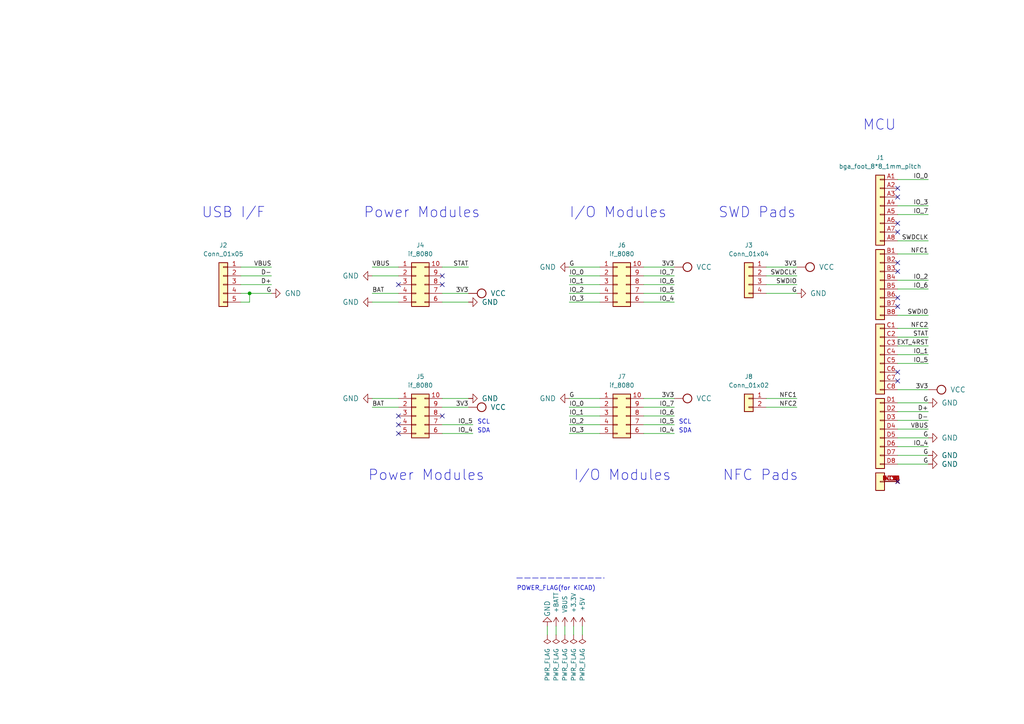
<source format=kicad_sch>
(kicad_sch (version 20211123) (generator eeschema)
  (paper "A4")
  (lib_symbols
    (symbol "001-common:GND" (power) (pin_names (offset 1.016))
      (property "Value" "GND" (at -1.905 -3.175 0))
      (symbol "GND_1_0"
        (polyline (pts (xy -1.27 0) (xy 1.27 0)))
        (polyline (pts (xy 0 -1.27) (xy -1.27 0)))
        (polyline (pts (xy 1.27 0) (xy 0 -1.27)))
        (pin power_in line (at 0 1.27 270) (length 1.27) (name "GND") (number "1"))
      )
    )
    (symbol "001-common:VCC" (power) (pin_names (offset 1.016))
      (property "Value" "VCC" (at -1.905 3.175 0))
      (symbol "VCC_1_0"
        (circle (center 0 1.27) (radius 1.27) (stroke (width 0.254)))
        (pin power_in line (at 0 -2.54 90) (length 2.54) (name "VCC") (number "1"))
      )
    )
    (symbol "204-pcb-wearable:bga_foot_8*8_1mm_pitch" (pin_names (offset 1.016) hide)
      (property "Reference" "J" (at 1.27 5.08 0))
      (property "Value" "bga_foot_8*8_1mm_pitch" (at 12.7 2.54 0))
      (symbol "bga_foot_8*8_1mm_pitch_1_1"
        (rectangle (start 0 -86.36) (end 2.54 -91.44) (stroke (width 0.254)) (fill (type background)))
        (rectangle (start 0 -85.09) (end 2.54 -64.77) (stroke (width 0.254)) (fill (type background)))
        (rectangle (start 0 -63.5) (end 2.54 -43.18) (stroke (width 0.254)) (fill (type background)))
        (rectangle (start 0 -41.91) (end 2.54 -21.59) (stroke (width 0.254)) (fill (type background)))
        (rectangle (start 0 -20.32) (end 2.54 0) (stroke (width 0.254)) (fill (type background)))
        (rectangle (start 1.27 -89.027) (end 2.54 -88.773) (stroke (width 0.1524)))
        (rectangle (start 1.27 -83.947) (end 2.54 -83.693) (stroke (width 0.1524)))
        (rectangle (start 1.27 -81.407) (end 2.54 -81.153) (stroke (width 0.1524)))
        (rectangle (start 1.27 -78.867) (end 2.54 -78.613) (stroke (width 0.1524)))
        (rectangle (start 1.27 -76.327) (end 2.54 -76.073) (stroke (width 0.1524)))
        (rectangle (start 1.27 -73.787) (end 2.54 -73.533) (stroke (width 0.1524)))
        (rectangle (start 1.27 -71.247) (end 2.54 -70.993) (stroke (width 0.1524)))
        (rectangle (start 1.27 -68.707) (end 2.54 -68.453) (stroke (width 0.1524)))
        (rectangle (start 1.27 -66.167) (end 2.54 -65.913) (stroke (width 0.1524)))
        (rectangle (start 1.27 -62.357) (end 2.54 -62.103) (stroke (width 0.1524)))
        (rectangle (start 1.27 -59.817) (end 2.54 -59.563) (stroke (width 0.1524)))
        (rectangle (start 1.27 -57.277) (end 2.54 -57.023) (stroke (width 0.1524)))
        (rectangle (start 1.27 -54.737) (end 2.54 -54.483) (stroke (width 0.1524)))
        (rectangle (start 1.27 -52.197) (end 2.54 -51.943) (stroke (width 0.1524)))
        (rectangle (start 1.27 -49.657) (end 2.54 -49.403) (stroke (width 0.1524)))
        (rectangle (start 1.27 -47.117) (end 2.54 -46.863) (stroke (width 0.1524)))
        (rectangle (start 1.27 -44.577) (end 2.54 -44.323) (stroke (width 0.1524)))
        (rectangle (start 1.27 -40.767) (end 2.54 -40.513) (stroke (width 0.1524)))
        (rectangle (start 1.27 -38.227) (end 2.54 -37.973) (stroke (width 0.1524)))
        (rectangle (start 1.27 -35.687) (end 2.54 -35.433) (stroke (width 0.1524)))
        (rectangle (start 1.27 -33.147) (end 2.54 -32.893) (stroke (width 0.1524)))
        (rectangle (start 1.27 -30.607) (end 2.54 -30.353) (stroke (width 0.1524)))
        (rectangle (start 1.27 -28.067) (end 2.54 -27.813) (stroke (width 0.1524)))
        (rectangle (start 1.27 -25.527) (end 2.54 -25.273) (stroke (width 0.1524)))
        (rectangle (start 1.27 -22.987) (end 2.54 -22.733) (stroke (width 0.1524)))
        (rectangle (start 1.27 -19.177) (end 2.54 -18.923) (stroke (width 0.1524)))
        (rectangle (start 1.27 -16.637) (end 2.54 -16.383) (stroke (width 0.1524)))
        (rectangle (start 1.27 -14.097) (end 2.54 -13.843) (stroke (width 0.1524)))
        (rectangle (start 1.27 -11.557) (end 2.54 -11.303) (stroke (width 0.1524)))
        (rectangle (start 1.27 -9.017) (end 2.54 -8.763) (stroke (width 0.1524)))
        (rectangle (start 1.27 -6.477) (end 2.54 -6.223) (stroke (width 0.1524)))
        (rectangle (start 1.27 -3.937) (end 2.54 -3.683) (stroke (width 0.1524)))
        (rectangle (start 1.27 -1.397) (end 2.54 -1.143) (stroke (width 0.1524)))
        (pin passive line (at 6.35 -1.27 180) (length 3.81) (name "Pin_A1") (number "A1"))
        (pin passive line (at 6.35 -3.81 180) (length 3.81) (name "Pin_A2") (number "A2"))
        (pin passive line (at 6.35 -6.35 180) (length 3.81) (name "Pin_A3") (number "A3"))
        (pin passive line (at 6.35 -8.89 180) (length 3.81) (name "Pin_A4") (number "A4"))
        (pin passive line (at 6.35 -11.43 180) (length 3.81) (name "Pin_A5") (number "A5"))
        (pin passive line (at 6.35 -13.97 180) (length 3.81) (name "Pin_A6") (number "A6"))
        (pin passive line (at 6.35 -16.51 180) (length 3.81) (name "Pin_A7") (number "A7"))
        (pin passive line (at 6.35 -19.05 180) (length 3.81) (name "Pin_A8") (number "A8"))
        (pin passive line (at 6.35 -22.86 180) (length 3.81) (name "Pin_B1") (number "B1"))
        (pin passive line (at 6.35 -25.4 180) (length 3.81) (name "Pin_B2") (number "B2"))
        (pin passive line (at 6.35 -27.94 180) (length 3.81) (name "Pin_B3") (number "B3"))
        (pin passive line (at 6.35 -30.48 180) (length 3.81) (name "Pin_B4") (number "B4"))
        (pin passive line (at 6.35 -33.02 180) (length 3.81) (name "Pin_B5") (number "B5"))
        (pin passive line (at 6.35 -35.56 180) (length 3.81) (name "Pin_B6") (number "B6"))
        (pin passive line (at 6.35 -38.1 180) (length 3.81) (name "Pin_B7") (number "B7"))
        (pin passive line (at 6.35 -40.64 180) (length 3.81) (name "Pin_B8") (number "B8"))
        (pin passive line (at 6.35 -44.45 180) (length 3.81) (name "Pin_C1") (number "C1"))
        (pin passive line (at 6.35 -46.99 180) (length 3.81) (name "Pin_C2") (number "C2"))
        (pin passive line (at 6.35 -49.53 180) (length 3.81) (name "Pin_C3") (number "C3"))
        (pin passive line (at 6.35 -52.07 180) (length 3.81) (name "Pin_C4") (number "C4"))
        (pin passive line (at 6.35 -54.61 180) (length 3.81) (name "Pin_C5") (number "C5"))
        (pin passive line (at 6.35 -57.15 180) (length 3.81) (name "Pin_C6") (number "C6"))
        (pin passive line (at 6.35 -59.69 180) (length 3.81) (name "Pin_C7") (number "C7"))
        (pin passive line (at 6.35 -62.23 180) (length 3.81) (name "Pin_C8") (number "C8"))
        (pin passive line (at 6.35 -66.04 180) (length 3.81) (name "Pin_D1") (number "D1"))
        (pin passive line (at 6.35 -68.58 180) (length 3.81) (name "Pin_D2") (number "D2"))
        (pin passive line (at 6.35 -71.12 180) (length 3.81) (name "Pin_D3") (number "D3"))
        (pin passive line (at 6.35 -73.66 180) (length 3.81) (name "Pin_D4") (number "D4"))
        (pin passive line (at 6.35 -76.2 180) (length 3.81) (name "Pin_D5") (number "D5"))
        (pin passive line (at 6.35 -78.74 180) (length 3.81) (name "Pin_D6") (number "D6"))
        (pin passive line (at 6.35 -81.28 180) (length 3.81) (name "Pin_D7") (number "D7"))
        (pin passive line (at 6.35 -83.82 180) (length 3.81) (name "Pin_D8") (number "D8"))
        (pin no_connect line (at 6.35 -88.9 180) (length 3.81) (name "NC1") (number "NC1"))
        (pin no_connect line (at 6.35 -88.9 180) (length 3.81) (name "NC10") (number "NC10"))
        (pin no_connect line (at 6.35 -88.9 180) (length 3.81) (name "NC11") (number "NC11"))
        (pin no_connect line (at 6.35 -88.9 180) (length 3.81) (name "NC12") (number "NC12"))
        (pin no_connect line (at 6.35 -88.9 180) (length 3.81) (name "NC13") (number "NC13"))
        (pin no_connect line (at 6.35 -88.9 180) (length 3.81) (name "NC14") (number "NC14"))
        (pin no_connect line (at 6.35 -88.9 180) (length 3.81) (name "NC2") (number "NC2"))
        (pin no_connect line (at 6.35 -88.9 180) (length 3.81) (name "NC3") (number "NC3"))
        (pin no_connect line (at 6.35 -88.9 180) (length 3.81) (name "NC4") (number "NC4"))
        (pin no_connect line (at 6.35 -88.9 180) (length 3.81) (name "NC5") (number "NC5"))
        (pin no_connect line (at 6.35 -88.9 180) (length 3.81) (name "NC6") (number "NC6"))
        (pin no_connect line (at 6.35 -88.9 180) (length 3.81) (name "NC7") (number "NC7"))
        (pin no_connect line (at 6.35 -88.9 180) (length 3.81) (name "NC8") (number "NC8"))
        (pin no_connect line (at 6.35 -88.9 180) (length 3.81) (name "NC9") (number "NC9"))
      )
    )
    (symbol "204-pcb-wearable:if_8080" (pin_names (offset 1.016) hide)
      (property "Reference" "J" (at 1.27 7.62 0))
      (property "Value" "if_8080" (at 1.27 -7.62 0))
      (symbol "if_8080_1_1"
        (rectangle (start -1.27 -4.953) (end 0 -5.207) (stroke (width 0.1524)))
        (rectangle (start -1.27 -2.413) (end 0 -2.667) (stroke (width 0.1524)))
        (rectangle (start -1.27 0.127) (end 0 -0.127) (stroke (width 0.1524)))
        (rectangle (start -1.27 2.667) (end 0 2.413) (stroke (width 0.1524)))
        (rectangle (start -1.27 5.207) (end 0 4.953) (stroke (width 0.1524)))
        (rectangle (start -1.27 6.35) (end 3.81 -6.35) (stroke (width 0.254)) (fill (type background)))
        (rectangle (start 3.81 -4.953) (end 2.54 -5.207) (stroke (width 0.1524)))
        (rectangle (start 3.81 -2.413) (end 2.54 -2.667) (stroke (width 0.1524)))
        (rectangle (start 3.81 0.127) (end 2.54 -0.127) (stroke (width 0.1524)))
        (rectangle (start 3.81 2.667) (end 2.54 2.413) (stroke (width 0.1524)))
        (rectangle (start 3.81 5.207) (end 2.54 4.953) (stroke (width 0.1524)))
        (pin passive line (at -5.08 5.08 0) (length 3.81) (name "Pin_1") (number "1"))
        (pin passive line (at 7.62 5.08 180) (length 3.81) (name "Pin_10") (number "10"))
        (pin passive line (at -5.08 2.54 0) (length 3.81) (name "Pin_2") (number "2"))
        (pin passive line (at -5.08 0 0) (length 3.81) (name "Pin_3") (number "3"))
        (pin passive line (at -5.08 -2.54 0) (length 3.81) (name "Pin_4") (number "4"))
        (pin passive line (at -5.08 -5.08 0) (length 3.81) (name "Pin_5") (number "5"))
        (pin passive line (at 7.62 -5.08 180) (length 3.81) (name "Pin_6") (number "6"))
        (pin passive line (at 7.62 -2.54 180) (length 3.81) (name "Pin_7") (number "7"))
        (pin passive line (at 7.62 0 180) (length 3.81) (name "Pin_8") (number "8"))
        (pin passive line (at 7.62 2.54 180) (length 3.81) (name "Pin_9") (number "9"))
      )
    )
    (symbol "Connector_Generic:Conn_01x02" (pin_names (offset 1.016) hide)
      (property "Reference" "J" (at 0 2.54 0))
      (property "Value" "Conn_01x02" (at 0 -5.08 0))
      (symbol "Conn_01x02_1_1"
        (rectangle (start -1.27 -2.413) (end 0 -2.667) (stroke (width 0.1524)))
        (rectangle (start -1.27 0.127) (end 0 -0.127) (stroke (width 0.1524)))
        (rectangle (start -1.27 1.27) (end 1.27 -3.81) (stroke (width 0.254)) (fill (type background)))
        (pin passive line (at -5.08 0 0) (length 3.81) (name "Pin_1") (number "1"))
        (pin passive line (at -5.08 -2.54 0) (length 3.81) (name "Pin_2") (number "2"))
      )
    )
    (symbol "Connector_Generic:Conn_01x04" (pin_names (offset 1.016) hide)
      (property "Reference" "J" (at 0 5.08 0))
      (property "Value" "Conn_01x04" (at 0 -7.62 0))
      (symbol "Conn_01x04_1_1"
        (rectangle (start -1.27 -4.953) (end 0 -5.207) (stroke (width 0.1524)))
        (rectangle (start -1.27 -2.413) (end 0 -2.667) (stroke (width 0.1524)))
        (rectangle (start -1.27 0.127) (end 0 -0.127) (stroke (width 0.1524)))
        (rectangle (start -1.27 2.667) (end 0 2.413) (stroke (width 0.1524)))
        (rectangle (start -1.27 3.81) (end 1.27 -6.35) (stroke (width 0.254)) (fill (type background)))
        (pin passive line (at -5.08 2.54 0) (length 3.81) (name "Pin_1") (number "1"))
        (pin passive line (at -5.08 0 0) (length 3.81) (name "Pin_2") (number "2"))
        (pin passive line (at -5.08 -2.54 0) (length 3.81) (name "Pin_3") (number "3"))
        (pin passive line (at -5.08 -5.08 0) (length 3.81) (name "Pin_4") (number "4"))
      )
    )
    (symbol "Connector_Generic:Conn_01x05" (pin_names (offset 1.016) hide)
      (property "Reference" "J" (at 0 7.62 0))
      (property "Value" "Conn_01x05" (at 0 -7.62 0))
      (symbol "Conn_01x05_1_1"
        (rectangle (start -1.27 -4.953) (end 0 -5.207) (stroke (width 0.1524)))
        (rectangle (start -1.27 -2.413) (end 0 -2.667) (stroke (width 0.1524)))
        (rectangle (start -1.27 0.127) (end 0 -0.127) (stroke (width 0.1524)))
        (rectangle (start -1.27 2.667) (end 0 2.413) (stroke (width 0.1524)))
        (rectangle (start -1.27 5.207) (end 0 4.953) (stroke (width 0.1524)))
        (rectangle (start -1.27 6.35) (end 1.27 -6.35) (stroke (width 0.254)) (fill (type background)))
        (pin passive line (at -5.08 5.08 0) (length 3.81) (name "Pin_1") (number "1"))
        (pin passive line (at -5.08 2.54 0) (length 3.81) (name "Pin_2") (number "2"))
        (pin passive line (at -5.08 0 0) (length 3.81) (name "Pin_3") (number "3"))
        (pin passive line (at -5.08 -2.54 0) (length 3.81) (name "Pin_4") (number "4"))
        (pin passive line (at -5.08 -5.08 0) (length 3.81) (name "Pin_5") (number "5"))
      )
    )
    (symbol "power:+3.3V" (power) (pin_names (offset 0))
      (property "Value" "+3.3V" (at 0 3.556 0))
      (symbol "+3.3V_0_1"
        (polyline (pts (xy -0.762 1.27) (xy 0 2.54)))
        (polyline (pts (xy 0 0) (xy 0 2.54)))
        (polyline (pts (xy 0 2.54) (xy 0.762 1.27)))
      )
      (symbol "+3.3V_1_1"
        (pin power_in line (at 0 0 90) (length 0) hide (name "+3.3V") (number "1"))
      )
    )
    (symbol "power:+5V" (power) (pin_names (offset 0))
      (property "Value" "+5V" (at 0 3.556 0))
      (symbol "+5V_0_1"
        (polyline (pts (xy -0.762 1.27) (xy 0 2.54)))
        (polyline (pts (xy 0 0) (xy 0 2.54)))
        (polyline (pts (xy 0 2.54) (xy 0.762 1.27)))
      )
      (symbol "+5V_1_1"
        (pin power_in line (at 0 0 90) (length 0) hide (name "+5V") (number "1"))
      )
    )
    (symbol "power:+BATT" (power) (pin_names (offset 0))
      (property "Value" "+BATT" (at 0 3.556 0))
      (symbol "+BATT_0_1"
        (polyline (pts (xy -0.762 1.27) (xy 0 2.54)))
        (polyline (pts (xy 0 0) (xy 0 2.54)))
        (polyline (pts (xy 0 2.54) (xy 0.762 1.27)))
      )
      (symbol "+BATT_1_1"
        (pin power_in line (at 0 0 90) (length 0) hide (name "+BATT") (number "1"))
      )
    )
    (symbol "power:PWR_FLAG" (power) (pin_numbers hide) (pin_names (offset 0) hide)
      (property "Value" "PWR_FLAG" (at 0 3.81 0))
      (symbol "PWR_FLAG_0_0"
        (pin power_out line (at 0 0 90) (length 0) (name "pwr") (number "1"))
      )
      (symbol "PWR_FLAG_0_1"
        (polyline (pts (xy 0 0) (xy 0 1.27) (xy -1.016 1.905) (xy 0 2.54) (xy 1.016 1.905) (xy 0 1.27)))
      )
    )
    (symbol "power:VBUS" (power) (pin_names (offset 0))
      (property "Value" "VBUS" (at 0 3.81 0))
      (symbol "VBUS_0_1"
        (polyline (pts (xy -0.762 1.27) (xy 0 2.54)))
        (polyline (pts (xy 0 0) (xy 0 2.54)))
        (polyline (pts (xy 0 2.54) (xy 0.762 1.27)))
      )
      (symbol "VBUS_1_1"
        (pin power_in line (at 0 0 90) (length 0) hide (name "VBUS") (number "1"))
      )
    )
  )
  (junction (at 72.39 85.09))
  (no_connect (at 115.57 123.19))
  (no_connect (at 260.35 64.77))
  (no_connect (at 260.35 139.7))
  (no_connect (at 115.57 125.73))
  (no_connect (at 260.35 88.9))
  (no_connect (at 260.35 76.2))
  (no_connect (at 260.35 57.15))
  (no_connect (at 260.35 54.61))
  (no_connect (at 260.35 107.95))
  (no_connect (at 260.35 78.74))
  (no_connect (at 260.35 67.31))
  (no_connect (at 115.57 82.55))
  (no_connect (at 260.35 110.49))
  (no_connect (at 128.27 80.01))
  (no_connect (at 115.57 120.65))
  (no_connect (at 76.2 346.71))
  (no_connect (at 128.27 82.55))
  (no_connect (at 260.35 86.36))
  (no_connect (at 128.27 120.65))
  (wire (pts (xy 269.24 113.03) (xy 260.35 113.03)))
  (wire (pts (xy 165.1 115.57) (xy 173.99 115.57)))
  (wire (pts (xy 260.35 95.25) (xy 269.24 95.25)))
  (wire (pts (xy 260.35 73.66) (xy 269.24 73.66)))
  (wire (pts (xy 269.24 134.62) (xy 260.35 134.62)))
  (wire (pts (xy 115.57 115.57) (xy 107.95 115.57)))
  (wire (pts (xy 161.29 181.61) (xy 161.29 184.15)))
  (wire (pts (xy 269.24 129.54) (xy 260.35 129.54)))
  (wire (pts (xy 269.24 127) (xy 260.35 127)))
  (wire (pts (xy 137.16 125.73) (xy 128.27 125.73)))
  (wire (pts (xy 269.24 62.23) (xy 260.35 62.23)))
  (wire (pts (xy 128.27 77.47) (xy 135.89 77.47)))
  (wire (pts (xy 222.25 118.11) (xy 231.14 118.11)))
  (wire (pts (xy 72.39 85.09) (xy 72.39 87.63)))
  (wire (pts (xy 107.95 80.01) (xy 115.57 80.01)))
  (wire (pts (xy 107.95 87.63) (xy 115.57 87.63)))
  (wire (pts (xy 195.58 123.19) (xy 186.69 123.19)))
  (wire (pts (xy 128.27 118.11) (xy 135.89 118.11)))
  (wire (pts (xy 137.16 123.19) (xy 128.27 123.19)))
  (wire (pts (xy 69.85 82.55) (xy 78.74 82.55)))
  (wire (pts (xy 222.25 80.01) (xy 231.14 80.01)))
  (wire (pts (xy 165.1 123.19) (xy 173.99 123.19)))
  (wire (pts (xy 269.24 100.33) (xy 260.35 100.33)))
  (wire (pts (xy 195.58 87.63) (xy 186.69 87.63)))
  (wire (pts (xy 222.25 115.57) (xy 231.14 115.57)))
  (wire (pts (xy 269.24 59.69) (xy 260.35 59.69)))
  (wire (pts (xy 72.39 85.09) (xy 69.85 85.09)))
  (wire (pts (xy 168.91 181.61) (xy 168.91 184.15)))
  (wire (pts (xy 260.35 91.44) (xy 269.24 91.44)))
  (wire (pts (xy 195.58 120.65) (xy 186.69 120.65)))
  (wire (pts (xy 115.57 118.11) (xy 107.95 118.11)))
  (wire (pts (xy 135.89 87.63) (xy 128.27 87.63)))
  (wire (pts (xy 166.37 181.61) (xy 166.37 184.15)))
  (wire (pts (xy 195.58 82.55) (xy 186.69 82.55)))
  (wire (pts (xy 269.24 52.07) (xy 260.35 52.07)))
  (wire (pts (xy 69.85 80.01) (xy 78.74 80.01)))
  (wire (pts (xy 69.85 87.63) (xy 72.39 87.63)))
  (wire (pts (xy 195.58 80.01) (xy 186.69 80.01)))
  (wire (pts (xy 163.83 181.61) (xy 163.83 184.15)))
  (wire (pts (xy 165.1 118.11) (xy 173.99 118.11)))
  (wire (pts (xy 115.57 77.47) (xy 107.95 77.47)))
  (wire (pts (xy 128.27 115.57) (xy 135.89 115.57)))
  (wire (pts (xy 165.1 77.47) (xy 173.99 77.47)))
  (wire (pts (xy 269.24 97.79) (xy 260.35 97.79)))
  (wire (pts (xy 165.1 80.01) (xy 173.99 80.01)))
  (wire (pts (xy 158.75 184.15) (xy 158.75 181.61)))
  (wire (pts (xy 165.1 82.55) (xy 173.99 82.55)))
  (wire (pts (xy 128.27 85.09) (xy 135.89 85.09)))
  (wire (pts (xy 78.74 85.09) (xy 72.39 85.09)))
  (wire (pts (xy 165.1 120.65) (xy 173.99 120.65)))
  (wire (pts (xy 195.58 115.57) (xy 186.69 115.57)))
  (wire (pts (xy 269.24 81.28) (xy 260.35 81.28)))
  (wire (pts (xy 231.14 77.47) (xy 222.25 77.47)))
  (wire (pts (xy 269.24 116.84) (xy 260.35 116.84)))
  (wire (pts (xy 222.25 82.55) (xy 231.14 82.55)))
  (wire (pts (xy 231.14 85.09) (xy 222.25 85.09)))
  (polyline (pts (xy 149.86 167.64) (xy 175.26 167.64)))
  (wire (pts (xy 165.1 85.09) (xy 173.99 85.09)))
  (wire (pts (xy 195.58 118.11) (xy 186.69 118.11)))
  (wire (pts (xy 269.24 105.41) (xy 260.35 105.41)))
  (wire (pts (xy 165.1 125.73) (xy 173.99 125.73)))
  (wire (pts (xy 260.35 119.38) (xy 269.24 119.38)))
  (wire (pts (xy 269.24 102.87) (xy 260.35 102.87)))
  (wire (pts (xy 78.74 77.47) (xy 69.85 77.47)))
  (wire (pts (xy 195.58 125.73) (xy 186.69 125.73)))
  (wire (pts (xy 260.35 121.92) (xy 269.24 121.92)))
  (wire (pts (xy 165.1 87.63) (xy 173.99 87.63)))
  (wire (pts (xy 269.24 124.46) (xy 260.35 124.46)))
  (wire (pts (xy 269.24 83.82) (xy 260.35 83.82)))
  (wire (pts (xy 269.24 132.08) (xy 260.35 132.08)))
  (wire (pts (xy 195.58 77.47) (xy 186.69 77.47)))
  (wire (pts (xy 260.35 69.85) (xy 269.24 69.85)))
  (wire (pts (xy 195.58 85.09) (xy 186.69 85.09)))
  (wire (pts (xy 107.95 85.09) (xy 115.57 85.09)))
  (text "SWD Pads" (at 208.28 63.5 0) (effects (font (size 3 3)) (justify left bottom)))
  (text "USB I/F" (at 58.42 63.5 0) (effects (font (size 3 3)) (justify left bottom)))
  (text "SCL" (at 196.85 123.19 0) (effects (font (size 1.27 1.27)) (justify left bottom)))
  (text "I/O Modules" (at 165.1 63.5 0) (effects (font (size 3 3)) (justify left bottom)))
  (text "SDA" (at 138.43 125.73 0) (effects (font (size 1.27 1.27)) (justify left bottom)))
  (text "NFC Pads" (at 209.55 139.7 0) (effects (font (size 3 3)) (justify left bottom)))
  (text "POWER_FLAG(for KiCAD)" (at 149.86 171.45 0) (effects (font (size 1.27 1.27)) (justify left bottom)))
  (text "Power Modules" (at 105.41 63.5 0) (effects (font (size 3 3)) (justify left bottom)))
  (text "SDA" (at 196.85 125.73 0) (effects (font (size 1.27 1.27)) (justify left bottom)))
  (text "Power Modules" (at 106.68 139.7 0) (effects (font (size 3 3)) (justify left bottom)))
  (text "MCU" (at 250.19 38.1 0) (effects (font (size 3 3)) (justify left bottom)))
  (text "SCL" (at 138.43 123.19 0) (effects (font (size 1.27 1.27)) (justify left bottom)))
  (text "I/O Modules" (at 166.37 139.7 0) (effects (font (size 3 3)) (justify left bottom)))
  (label "IO_3" (at 269.24 59.69 180))
  (label "SWDCLK" (at 231.14 80.01 180))
  (label "IO_4" (at 137.16 125.73 180))
  (label "G" (at 269.24 132.08 180))
  (label "G" (at 165.1 115.57 0))
  (label "IO_2" (at 269.24 81.28 180))
  (label "IO_1" (at 269.24 102.87 180))
  (label "IO_3" (at 165.1 87.63 0))
  (label "3V3" (at 135.89 118.11 180))
  (label "IO_2" (at 165.1 85.09 0))
  (label "NFC1" (at 231.14 115.57 180))
  (label "NFC1" (at 269.24 73.66 180))
  (label "NFC2" (at 231.14 118.11 180))
  (label "SWDCLK" (at 269.24 69.85 180))
  (label "IO_7" (at 269.24 62.23 180))
  (label "IO_4" (at 195.58 87.63 180))
  (label "BAT" (at 107.95 85.09 0))
  (label "IO_0" (at 165.1 118.11 0))
  (label "3V3" (at 269.24 113.03 180))
  (label "IO_0" (at 269.24 52.07 180))
  (label "IO_5" (at 137.16 123.19 180))
  (label "IO_1" (at 165.1 82.55 0))
  (label "G" (at 78.74 85.09 180))
  (label "SWDIO" (at 231.14 82.55 180))
  (label "D-" (at 269.24 121.92 180))
  (label "G" (at 231.14 85.09 180))
  (label "G" (at 165.1 77.47 0))
  (label "3V3" (at 195.58 115.57 180))
  (label "VBUS" (at 107.95 77.47 0))
  (label "IO_2" (at 165.1 123.19 0))
  (label "IO_4" (at 195.58 125.73 180))
  (label "IO_5" (at 269.24 105.41 180))
  (label "IO_6" (at 269.24 83.82 180))
  (label "3V3" (at 195.58 77.47 180))
  (label "VBUS" (at 78.74 77.47 180))
  (label "3V3" (at 231.14 77.47 180))
  (label "3V3" (at 135.89 85.09 180))
  (label "G" (at 269.24 134.62 180))
  (label "NFC2" (at 269.24 95.25 180))
  (label "IO_7" (at 195.58 118.11 180))
  (label "D-" (at 78.74 80.01 180))
  (label "IO_1" (at 165.1 120.65 0))
  (label "BAT" (at 107.95 118.11 0))
  (label "G" (at 269.24 116.84 180))
  (label "IO_5" (at 195.58 85.09 180))
  (label "G" (at 269.24 127 180))
  (label "SWDIO" (at 269.24 91.44 180))
  (label "IO_3" (at 165.1 125.73 0))
  (label "STAT" (at 269.24 97.79 180))
  (label "IO_5" (at 195.58 123.19 180))
  (label "D+" (at 78.74 82.55 180))
  (label "EXT_4RST" (at 269.24 100.33 180))
  (label "IO_6" (at 195.58 82.55 180))
  (label "STAT" (at 135.89 77.47 180))
  (label "D+" (at 269.24 119.38 180))
  (label "IO_7" (at 195.58 80.01 180))
  (label "IO_4" (at 269.24 129.54 180))
  (label "IO_0" (at 165.1 80.01 0))
  (label "VBUS" (at 269.24 124.46 180))
  (label "IO_6" (at 195.58 120.65 180))
  (symbol (lib_id "Connector_Generic:Conn_01x02") (at 217.17 115.57 0) (mirror y) (unit 1)
    (property "Reference" "J8" (at 217.17 109.22 0))
    (property "Value" "Conn_01x02" (at 217.17 111.76 0))
    (property "Footprint" "204-pcb-wearable:pad_1x02_P1.27mm" (effects hide))
  )
  (symbol (lib_id "power:PWR_FLAG") (at 161.29 184.15 180) (unit 1)
    (property "Reference" "#FLG04" (effects hide))
    (property "Value" "PWR_FLAG" (at 161.2901 187.96 90) (effects (justify left)))
  )
  (symbol (lib_id "power:+5V") (at 168.91 181.61 0) (unit 1)
    (property "Reference" "#PWR016" (effects hide))
    (property "Value" "+5V" (at 168.91 175.26 90))
  )
  (symbol (lib_id "204-pcb-wearable:if_8080") (at 120.65 120.65 0) (unit 1)
    (property "Reference" "J5" (at 121.92 109.22 0))
    (property "Value" "if_8080" (at 121.92 111.76 0))
    (property "Footprint" "204-pcb-wearable:if-8080-10pin-mount-free-pin" (effects hide))
  )
  (symbol (lib_id "001-common:GND") (at 163.83 115.57 270) (unit 1)
    (property "Reference" "#SUPPLY011" (effects hide))
    (property "Value" "GND" (at 161.29 115.57 90) (effects (font (size 1.4986 1.4986)) (justify right)))
  )
  (symbol (lib_id "001-common:GND") (at 232.41 85.09 90) (unit 1)
    (property "Reference" "#SUPPLY08" (effects hide))
    (property "Value" "GND" (at 234.95 85.09 90) (effects (font (size 1.4986 1.4986)) (justify right)))
  )
  (symbol (lib_id "001-common:GND") (at 80.01 85.09 90) (unit 1)
    (property "Reference" "#SUPPLY07" (effects hide))
    (property "Value" "GND" (at 82.55 85.09 90) (effects (font (size 1.4986 1.4986)) (justify right)))
  )
  (symbol (lib_id "001-common:GND") (at 106.68 80.01 270) (unit 1)
    (property "Reference" "#SUPPLY0113" (effects hide))
    (property "Value" "GND" (at 104.14 80.01 90) (effects (font (size 1.4986 1.4986)) (justify right)))
  )
  (symbol (lib_id "001-common:GND") (at 270.51 127 90) (unit 1)
    (property "Reference" "#SUPPLY0103" (effects hide))
    (property "Value" "GND" (at 273.05 127 90) (effects (font (size 1.4986 1.4986)) (justify right)))
  )
  (symbol (lib_id "Connector_Generic:Conn_01x04") (at 217.17 80.01 0) (mirror y) (unit 1)
    (property "Reference" "J3" (at 217.17 71.12 0))
    (property "Value" "Conn_01x04" (at 217.17 73.66 0))
    (property "Footprint" "204-pcb-wearable:pad_1x04_P1.27mm" (effects hide))
  )
  (symbol (lib_id "204-pcb-wearable:if_8080") (at 179.07 120.65 0) (unit 1)
    (property "Reference" "J7" (at 180.34 109.22 0))
    (property "Value" "if_8080" (at 180.34 111.76 0))
    (property "Footprint" "204-pcb-wearable:if-8080-10pin-mount-HAT" (effects hide))
  )
  (symbol (lib_id "power:PWR_FLAG") (at 163.83 184.15 180) (unit 1)
    (property "Reference" "#FLG03" (effects hide))
    (property "Value" "PWR_FLAG" (at 163.8301 187.96 90) (effects (justify left)))
  )
  (symbol (lib_id "001-common:VCC") (at 138.43 85.09 270) (unit 1)
    (property "Reference" "#SUPPLY0108" (effects hide))
    (property "Value" "VCC" (at 142.24 85.09 90) (effects (font (size 1.4986 1.4986)) (justify left)))
  )
  (symbol (lib_id "204-pcb-wearable:bga_foot_8*8_1mm_pitch") (at 254 50.8 0) (unit 1)
    (property "Reference" "J1" (at 255.27 45.72 0))
    (property "Value" "bga_foot_8*8_1mm_pitch" (at 255.27 48.26 0))
    (property "Footprint" "204-pcb-wearable:if-8080-mcu-v1-for-board" (effects hide))
  )
  (symbol (lib_id "power:VBUS") (at 163.83 181.61 0) (unit 1)
    (property "Reference" "#PWR018" (effects hide))
    (property "Value" "VBUS" (at 163.83 172.72 90) (effects (justify right)))
  )
  (symbol (lib_id "Connector_Generic:Conn_01x05") (at 64.77 82.55 0) (mirror y) (unit 1)
    (property "Reference" "J2" (at 64.77 71.12 0))
    (property "Value" "Conn_01x05" (at 64.77 73.66 0))
    (property "Footprint" "204-pcb-wearable:pad_1x04_P1.27mm_usbc_mount" (effects hide))
  )
  (symbol (lib_id "204-pcb-wearable:if_8080") (at 120.65 82.55 0) (unit 1)
    (property "Reference" "J4" (at 121.92 71.12 0))
    (property "Value" "if_8080" (at 121.92 73.66 0))
    (property "Footprint" "204-pcb-wearable:if-8080-10pin-mount-free-pin" (effects hide))
  )
  (symbol (lib_id "001-common:VCC") (at 138.43 118.11 270) (unit 1)
    (property "Reference" "#SUPPLY0111" (effects hide))
    (property "Value" "VCC" (at 142.24 118.11 90) (effects (font (size 1.4986 1.4986)) (justify left)))
  )
  (symbol (lib_id "001-common:GND") (at 270.51 116.84 90) (unit 1)
    (property "Reference" "#SUPPLY0105" (effects hide))
    (property "Value" "GND" (at 273.05 116.84 90) (effects (font (size 1.4986 1.4986)) (justify right)))
  )
  (symbol (lib_id "001-common:VCC") (at 198.12 115.57 270) (unit 1)
    (property "Reference" "#SUPPLY012" (effects hide))
    (property "Value" "VCC" (at 201.93 115.57 90) (effects (font (size 1.4986 1.4986)) (justify left)))
  )
  (symbol (lib_id "001-common:VCC") (at 271.78 113.03 270) (unit 1)
    (property "Reference" "#SUPPLY0104" (effects hide))
    (property "Value" "VCC" (at 275.59 113.03 90) (effects (font (size 1.4986 1.4986)) (justify left)))
  )
  (symbol (lib_id "power:+3.3V") (at 166.37 181.61 0) (unit 1)
    (property "Reference" "#PWR017" (effects hide))
    (property "Value" "+3.3V" (at 166.37 177.8 90) (effects (justify left)))
  )
  (symbol (lib_id "204-pcb-wearable:if_8080") (at 179.07 82.55 0) (unit 1)
    (property "Reference" "J6" (at 180.34 71.12 0))
    (property "Value" "if_8080" (at 180.34 73.66 0))
    (property "Footprint" "204-pcb-wearable:if-8080-10pin-mount-HAT" (effects hide))
  )
  (symbol (lib_id "power:PWR_FLAG") (at 166.37 184.15 180) (unit 1)
    (property "Reference" "#FLG02" (effects hide))
    (property "Value" "PWR_FLAG" (at 166.3701 187.96 90) (effects (justify left)))
  )
  (symbol (lib_id "001-common:GND") (at 270.51 134.62 90) (unit 1)
    (property "Reference" "#SUPPLY0102" (effects hide))
    (property "Value" "GND" (at 273.05 134.62 90) (effects (font (size 1.4986 1.4986)) (justify right)))
  )
  (symbol (lib_id "power:+BATT") (at 161.29 181.61 0) (mirror y) (unit 1)
    (property "Reference" "#PWR019" (effects hide))
    (property "Value" "+BATT" (at 161.29 177.8 90) (effects (justify left)))
  )
  (symbol (lib_id "001-common:GND") (at 106.68 87.63 270) (unit 1)
    (property "Reference" "#SUPPLY0112" (effects hide))
    (property "Value" "GND" (at 104.14 87.63 90) (effects (font (size 1.4986 1.4986)) (justify right)))
  )
  (symbol (lib_id "001-common:GND") (at 163.83 77.47 270) (unit 1)
    (property "Reference" "#SUPPLY0109" (effects hide))
    (property "Value" "GND" (at 161.29 77.47 90) (effects (font (size 1.4986 1.4986)) (justify right)))
  )
  (symbol (lib_id "001-common:VCC") (at 198.12 77.47 270) (unit 1)
    (property "Reference" "#SUPPLY0106" (effects hide))
    (property "Value" "VCC" (at 201.93 77.47 90) (effects (font (size 1.4986 1.4986)) (justify left)))
  )
  (symbol (lib_id "001-common:GND") (at 158.75 180.34 180) (unit 1)
    (property "Reference" "#SUPPLY019" (effects hide))
    (property "Value" "GND" (at 158.75 176.53 90) (effects (font (size 1.4986 1.4986))))
  )
  (symbol (lib_id "001-common:GND") (at 106.68 115.57 270) (unit 1)
    (property "Reference" "#SUPPLY0107" (effects hide))
    (property "Value" "GND" (at 104.14 115.57 90) (effects (font (size 1.4986 1.4986)) (justify right)))
  )
  (symbol (lib_id "001-common:VCC") (at 233.68 77.47 270) (unit 1)
    (property "Reference" "#SUPPLY05" (effects hide))
    (property "Value" "VCC" (at 237.49 77.47 90) (effects (font (size 1.4986 1.4986)) (justify left)))
  )
  (symbol (lib_id "001-common:GND") (at 270.51 132.08 90) (unit 1)
    (property "Reference" "#SUPPLY0101" (effects hide))
    (property "Value" "GND" (at 273.05 132.08 90) (effects (font (size 1.4986 1.4986)) (justify right)))
  )
  (symbol (lib_id "001-common:GND") (at 137.16 115.57 90) (unit 1)
    (property "Reference" "#SUPPLY0110" (effects hide))
    (property "Value" "GND" (at 139.7 115.57 90) (effects (font (size 1.4986 1.4986)) (justify right)))
  )
  (symbol (lib_id "power:PWR_FLAG") (at 168.91 184.15 180) (unit 1)
    (property "Reference" "#FLG01" (effects hide))
    (property "Value" "PWR_FLAG" (at 168.9101 187.96 90) (effects (justify left)))
  )
  (symbol (lib_id "001-common:GND") (at 137.16 87.63 90) (unit 1)
    (property "Reference" "#SUPPLY0114" (effects hide))
    (property "Value" "GND" (at 139.7 87.63 90) (effects (font (size 1.4986 1.4986)) (justify right)))
  )
  (symbol (lib_id "power:PWR_FLAG") (at 158.75 184.15 180) (unit 1)
    (property "Reference" "#FLG05" (effects hide))
    (property "Value" "PWR_FLAG" (at 158.7499 187.96 90) (effects (justify left)))
  )
)
</source>
